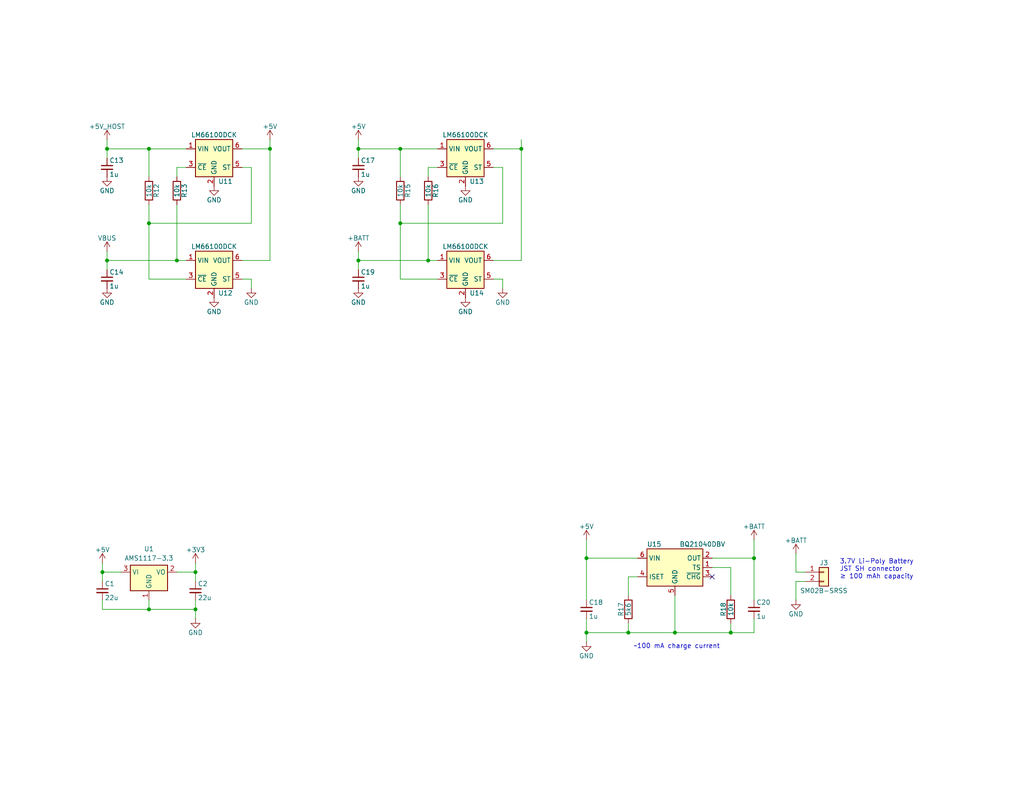
<source format=kicad_sch>
(kicad_sch (version 20231120) (generator "eeschema") (generator_version "8.0")
  (paper "USLetter")
  (title_block (title "CoCo Chameleon Cartridge Emulator") (date "2024-03-02") (rev "v0.2pre") (company "© 2023 Sam Hanes, licensed CERN-OHL-W v2") (comment 1 "https://github.com/elemecca/coco-chameleon"))
  (lib_symbols
    (symbol "0Project:+5V_HOST" (power) (pin_numbers hide) (pin_names (offset 0) hide)
      (property "Value" "+5V_HOST" (at 0 3.556 0))
      (symbol "+5V_HOST_0_1"
        (polyline (pts (xy -0.762 1.27) (xy 0 2.54)))
        (polyline (pts (xy 0 0) (xy 0 2.54)))
        (polyline (pts (xy 0 2.54) (xy 0.762 1.27)))
      )
      (symbol "+5V_HOST_1_1"
        (pin power_in line (at 0 0 90) (length 0) (name "~") (number "1"))
      )
    )
    (symbol "Battery_Management:BQ21040DBV"
      (property "Reference" "U" (at -7.62 6.35 0))
      (property "Value" "BQ21040DBV" (at 1.27 6.35 0))
      (symbol "BQ21040DBV_0_1"
        (rectangle (start -7.62 5.08) (end 7.62 -5.08) (stroke (width 0.254)) (fill (type background)))
      )
      (symbol "BQ21040DBV_1_1"
        (pin input line (at 10.16 0 180) (length 2.54) (name "TS") (number "1"))
        (pin power_out line (at 10.16 2.54 180) (length 2.54) (name "OUT") (number "2"))
        (pin open_collector line (at 10.16 -2.54 180) (length 2.54) (name "~{CHG}") (number "3"))
        (pin input line (at -10.16 -2.54 0) (length 2.54) (name "ISET") (number "4"))
        (pin power_in line (at 0 -7.62 90) (length 2.54) (name "GND") (number "5"))
        (pin power_in line (at -10.16 2.54 0) (length 2.54) (name "VIN") (number "6"))
      )
    )
    (symbol "Connector_Generic:Conn_01x02" (pin_names (offset 1.016) hide)
      (property "Reference" "J" (at 0 2.54 0))
      (property "Value" "Conn_01x02" (at 0 -5.08 0))
      (symbol "Conn_01x02_1_1"
        (rectangle (start -1.27 -2.413) (end 0 -2.667) (stroke (width 0.1524)))
        (rectangle (start -1.27 0.127) (end 0 -0.127) (stroke (width 0.1524)))
        (rectangle (start -1.27 1.27) (end 1.27 -3.81) (stroke (width 0.254)) (fill (type background)))
        (pin passive line (at -5.08 0 0) (length 3.81) (name "Pin_1") (number "1"))
        (pin passive line (at -5.08 -2.54 0) (length 3.81) (name "Pin_2") (number "2"))
      )
    )
    (symbol "Device:C_Small" (pin_numbers hide) (pin_names (offset 0.254) hide)
      (property "Reference" "C" (at 0.254 1.778 0))
      (property "Value" "C_Small" (at 0.254 -2.032 0))
      (symbol "C_Small_0_1"
        (polyline (pts (xy -1.524 -0.508) (xy 1.524 -0.508)) (stroke (width 0.3302)))
        (polyline (pts (xy -1.524 0.508) (xy 1.524 0.508)) (stroke (width 0.3048)))
      )
      (symbol "C_Small_1_1"
        (pin passive line (at 0 2.54 270) (length 2.032) (name "~") (number "1"))
        (pin passive line (at 0 -2.54 90) (length 2.032) (name "~") (number "2"))
      )
    )
    (symbol "Device:R" (pin_numbers hide) (pin_names (offset 0))
      (property "Reference" "R" (at 2.032 0 90))
      (property "Value" "R" (at 0 0 90))
      (symbol "R_0_1"
        (rectangle (start -1.016 -2.54) (end 1.016 2.54) (stroke (width 0.254)))
      )
      (symbol "R_1_1"
        (pin passive line (at 0 3.81 270) (length 1.27) (name "~") (number "1"))
        (pin passive line (at 0 -3.81 90) (length 1.27) (name "~") (number "2"))
      )
    )
    (symbol "Power_Management:LM66100DCK"
      (property "Reference" "U" (at -5.08 6.096 0))
      (property "Value" "LM66100DCK" (at 0.254 -6.35 0))
      (symbol "LM66100DCK_0_1"
        (rectangle (start -5.08 5.08) (end 5.08 -5.08) (stroke (width 0.254)) (fill (type background)))
      )
      (symbol "LM66100DCK_1_1"
        (pin power_in line (at -7.62 2.54 0) (length 2.54) (name "VIN") (number "1"))
        (pin power_in line (at 0 -7.62 90) (length 2.54) (name "GND") (number "2"))
        (pin input line (at -7.62 -2.54 0) (length 2.54) (name "~{CE}") (number "3"))
        (pin no_connect line (at 0 5.08 270) (length 2.54) hide (name "NC") (number "4"))
        (pin open_collector line (at 7.62 -2.54 180) (length 2.54) (name "ST") (number "5"))
        (pin power_out line (at 7.62 2.54 180) (length 2.54) (name "VOUT") (number "6"))
      )
    )
    (symbol "Regulator_Linear:AMS1117-3.3"
      (property "Reference" "U" (at -3.81 3.175 0))
      (property "Value" "AMS1117-3.3" (at 0 3.175 0))
      (symbol "AMS1117-3.3_0_1"
        (rectangle (start -5.08 -5.08) (end 5.08 1.905) (stroke (width 0.254)) (fill (type background)))
      )
      (symbol "AMS1117-3.3_1_1"
        (pin power_in line (at 0 -7.62 90) (length 2.54) (name "GND") (number "1"))
        (pin power_out line (at 7.62 0 180) (length 2.54) (name "VO") (number "2"))
        (pin power_in line (at -7.62 0 0) (length 2.54) (name "VI") (number "3"))
      )
    )
    (symbol "power:+3V3" (power) (pin_numbers hide) (pin_names (offset 0) hide)
      (property "Value" "+3V3" (at 0 3.556 0))
      (symbol "+3V3_0_1"
        (polyline (pts (xy -0.762 1.27) (xy 0 2.54)))
        (polyline (pts (xy 0 0) (xy 0 2.54)))
        (polyline (pts (xy 0 2.54) (xy 0.762 1.27)))
      )
      (symbol "+3V3_1_1"
        (pin power_in line (at 0 0 90) (length 0) (name "~") (number "1"))
      )
    )
    (symbol "power:+5V" (power) (pin_numbers hide) (pin_names (offset 0) hide)
      (property "Value" "+5V" (at 0 3.556 0))
      (symbol "+5V_0_1"
        (polyline (pts (xy -0.762 1.27) (xy 0 2.54)))
        (polyline (pts (xy 0 0) (xy 0 2.54)))
        (polyline (pts (xy 0 2.54) (xy 0.762 1.27)))
      )
      (symbol "+5V_1_1"
        (pin power_in line (at 0 0 90) (length 0) (name "~") (number "1"))
      )
    )
    (symbol "power:+BATT" (power) (pin_numbers hide) (pin_names (offset 0) hide)
      (property "Value" "+BATT" (at 0 3.556 0))
      (symbol "+BATT_0_1"
        (polyline (pts (xy -0.762 1.27) (xy 0 2.54)))
        (polyline (pts (xy 0 0) (xy 0 2.54)))
        (polyline (pts (xy 0 2.54) (xy 0.762 1.27)))
      )
      (symbol "+BATT_1_1"
        (pin power_in line (at 0 0 90) (length 0) (name "~") (number "1"))
      )
    )
    (symbol "power:GND" (power) (pin_numbers hide) (pin_names (offset 0) hide)
      (property "Value" "GND" (at 0 -3.81 0))
      (symbol "GND_0_1"
        (polyline (pts (xy 0 0) (xy 0 -1.27) (xy 1.27 -1.27) (xy 0 -2.54) (xy -1.27 -1.27) (xy 0 -1.27)))
      )
      (symbol "GND_1_1"
        (pin power_in line (at 0 0 270) (length 0) (name "~") (number "1"))
      )
    )
    (symbol "power:VBUS" (power) (pin_numbers hide) (pin_names (offset 0) hide)
      (property "Value" "VBUS" (at 0 3.556 0))
      (symbol "VBUS_0_1"
        (polyline (pts (xy -0.762 1.27) (xy 0 2.54)))
        (polyline (pts (xy 0 0) (xy 0 2.54)))
        (polyline (pts (xy 0 2.54) (xy 0.762 1.27)))
      )
      (symbol "VBUS_1_1"
        (pin power_in line (at 0 0 90) (length 0) (name "~") (number "1"))
      )
    )
  )
  (junction (at 53.34 166.37))
  (junction (at 160.02 152.4))
  (junction (at 27.94 156.21))
  (junction (at 116.84 71.12))
  (junction (at 40.64 60.96))
  (junction (at 40.64 166.37))
  (junction (at 142.24 40.64))
  (junction (at 73.66 40.64))
  (junction (at 171.45 172.72))
  (junction (at 97.79 71.12))
  (junction (at 53.34 156.21))
  (junction (at 160.02 172.72))
  (junction (at 97.79 40.64))
  (junction (at 199.39 172.72))
  (junction (at 48.26 71.12))
  (junction (at 109.22 40.64))
  (junction (at 29.21 71.12))
  (junction (at 184.15 172.72))
  (junction (at 109.22 60.96))
  (junction (at 40.64 40.64))
  (junction (at 29.21 40.64))
  (junction (at 205.74 152.4))
  (no_connect (at 194.31 157.48))
  (wire (pts (xy 48.26 48.26) (xy 48.26 45.72)))
  (wire (pts (xy 116.84 71.12) (xy 119.38 71.12)))
  (wire (pts (xy 29.21 38.1) (xy 29.21 40.64)))
  (wire (pts (xy 66.04 40.64) (xy 73.66 40.64)))
  (wire (pts (xy 73.66 38.1) (xy 73.66 40.64)))
  (wire (pts (xy 217.17 151.13) (xy 217.17 156.21)))
  (wire (pts (xy 68.58 45.72) (xy 66.04 45.72)))
  (wire (pts (xy 53.34 166.37) (xy 53.34 168.91)))
  (wire (pts (xy 73.66 40.64) (xy 73.66 71.12)))
  (wire (pts (xy 160.02 152.4) (xy 160.02 163.83)))
  (wire (pts (xy 53.34 166.37) (xy 53.34 163.83)))
  (wire (pts (xy 219.71 156.21) (xy 217.17 156.21)))
  (wire (pts (xy 199.39 170.18) (xy 199.39 172.72)))
  (wire (pts (xy 160.02 172.72) (xy 160.02 175.26)))
  (wire (pts (xy 217.17 163.83) (xy 217.17 158.75)))
  (wire (pts (xy 27.94 166.37) (xy 40.64 166.37)))
  (wire (pts (xy 53.34 156.21) (xy 53.34 158.75)))
  (wire (pts (xy 97.79 38.1) (xy 97.79 40.64)))
  (wire (pts (xy 137.16 45.72) (xy 134.62 45.72)))
  (wire (pts (xy 205.74 147.32) (xy 205.74 152.4)))
  (wire (pts (xy 48.26 156.21) (xy 53.34 156.21)))
  (wire (pts (xy 217.17 158.75) (xy 219.71 158.75)))
  (wire (pts (xy 66.04 71.12) (xy 73.66 71.12)))
  (wire (pts (xy 171.45 172.72) (xy 184.15 172.72)))
  (wire (pts (xy 205.74 168.91) (xy 205.74 172.72)))
  (wire (pts (xy 29.21 71.12) (xy 29.21 73.66)))
  (wire (pts (xy 40.64 60.96) (xy 40.64 76.2)))
  (wire (pts (xy 160.02 152.4) (xy 173.99 152.4)))
  (wire (pts (xy 199.39 162.56) (xy 199.39 154.94)))
  (wire (pts (xy 160.02 172.72) (xy 171.45 172.72)))
  (wire (pts (xy 171.45 157.48) (xy 173.99 157.48)))
  (wire (pts (xy 142.24 38.1) (xy 142.24 40.64)))
  (wire (pts (xy 40.64 163.83) (xy 40.64 166.37)))
  (wire (pts (xy 40.64 40.64) (xy 40.64 48.26)))
  (wire (pts (xy 137.16 76.2) (xy 134.62 76.2)))
  (wire (pts (xy 171.45 170.18) (xy 171.45 172.72)))
  (wire (pts (xy 109.22 60.96) (xy 137.16 60.96)))
  (wire (pts (xy 109.22 55.88) (xy 109.22 60.96)))
  (wire (pts (xy 48.26 55.88) (xy 48.26 71.12)))
  (wire (pts (xy 109.22 76.2) (xy 119.38 76.2)))
  (wire (pts (xy 109.22 60.96) (xy 109.22 76.2)))
  (wire (pts (xy 109.22 40.64) (xy 109.22 48.26)))
  (wire (pts (xy 142.24 40.64) (xy 142.24 71.12)))
  (wire (pts (xy 116.84 48.26) (xy 116.84 45.72)))
  (wire (pts (xy 29.21 71.12) (xy 48.26 71.12)))
  (wire (pts (xy 199.39 172.72) (xy 205.74 172.72)))
  (wire (pts (xy 40.64 166.37) (xy 53.34 166.37)))
  (wire (pts (xy 29.21 40.64) (xy 29.21 43.18)))
  (wire (pts (xy 160.02 168.91) (xy 160.02 172.72)))
  (wire (pts (xy 40.64 76.2) (xy 50.8 76.2)))
  (wire (pts (xy 27.94 153.67) (xy 27.94 156.21)))
  (wire (pts (xy 137.16 78.74) (xy 137.16 76.2)))
  (wire (pts (xy 29.21 40.64) (xy 40.64 40.64)))
  (wire (pts (xy 48.26 45.72) (xy 50.8 45.72)))
  (wire (pts (xy 27.94 156.21) (xy 33.02 156.21)))
  (wire (pts (xy 40.64 55.88) (xy 40.64 60.96)))
  (wire (pts (xy 27.94 156.21) (xy 27.94 158.75)))
  (wire (pts (xy 171.45 162.56) (xy 171.45 157.48)))
  (wire (pts (xy 184.15 172.72) (xy 199.39 172.72)))
  (wire (pts (xy 97.79 40.64) (xy 97.79 43.18)))
  (wire (pts (xy 109.22 40.64) (xy 119.38 40.64)))
  (wire (pts (xy 68.58 78.74) (xy 68.58 76.2)))
  (wire (pts (xy 97.79 68.58) (xy 97.79 71.12)))
  (wire (pts (xy 68.58 76.2) (xy 66.04 76.2)))
  (wire (pts (xy 97.79 71.12) (xy 97.79 73.66)))
  (wire (pts (xy 40.64 40.64) (xy 50.8 40.64)))
  (wire (pts (xy 68.58 45.72) (xy 68.58 60.96)))
  (wire (pts (xy 137.16 45.72) (xy 137.16 60.96)))
  (wire (pts (xy 97.79 40.64) (xy 109.22 40.64)))
  (wire (pts (xy 199.39 154.94) (xy 194.31 154.94)))
  (wire (pts (xy 53.34 156.21) (xy 53.34 153.67)))
  (wire (pts (xy 40.64 60.96) (xy 68.58 60.96)))
  (wire (pts (xy 160.02 147.32) (xy 160.02 152.4)))
  (wire (pts (xy 134.62 71.12) (xy 142.24 71.12)))
  (wire (pts (xy 97.79 71.12) (xy 116.84 71.12)))
  (wire (pts (xy 184.15 162.56) (xy 184.15 172.72)))
  (wire (pts (xy 116.84 55.88) (xy 116.84 71.12)))
  (wire (pts (xy 134.62 40.64) (xy 142.24 40.64)))
  (wire (pts (xy 27.94 163.83) (xy 27.94 166.37)))
  (wire (pts (xy 194.31 152.4) (xy 205.74 152.4)))
  (wire (pts (xy 48.26 71.12) (xy 50.8 71.12)))
  (wire (pts (xy 29.21 68.58) (xy 29.21 71.12)))
  (wire (pts (xy 205.74 163.83) (xy 205.74 152.4)))
  (wire (pts (xy 116.84 45.72) (xy 119.38 45.72)))
  (text "3.7V Li-Poly Battery\nJST SH connector\n≥ 100 mAh capacity" (at 229.108 155.448 0) (effects (font (size 1.27 1.27)) (justify left)))
  (text "~100 mA charge current" (at 184.658 176.53 0) (effects (font (size 1.27 1.27))))
  (symbol (lib_id "power:GND") (at 53.34 168.91 0) (unit 1)
    (property "Reference" "#PWR070" (effects (hide yes)))
    (property "Value" "GND" (at 53.34 172.72 0))
    (property "Description" "Power symbol creates a global label with name \"GND\" , ground" (effects (hide yes)))
  )
  (symbol (lib_id "Device:C_Small") (at 29.21 45.72 0) (unit 1)
    (property "Reference" "C13" (at 29.845 43.815 0) (effects (justify left)))
    (property "Value" "1u" (at 29.845 47.625 0) (effects (justify left)))
    (property "Footprint" "Capacitor_SMD:C_0603_1608Metric" (effects (hide yes)))
  )
  (symbol (lib_id "power:GND") (at 127 50.8 0) (unit 1)
    (property "Reference" "#PWR061" (effects (hide yes)))
    (property "Value" "GND" (at 127 54.61 0))
    (property "Description" "Power symbol creates a global label with name \"GND\" , ground" (effects (hide yes)))
  )
  (symbol (lib_id "power:GND") (at 68.58 78.74 0) (unit 1)
    (property "Reference" "#PWR062" (effects (hide yes)))
    (property "Value" "GND" (at 68.58 82.55 0))
    (property "Description" "Power symbol creates a global label with name \"GND\" , ground" (effects (hide yes)))
  )
  (symbol (lib_id "power:GND") (at 97.79 48.26 0) (unit 1)
    (property "Reference" "#PWR053" (effects (hide yes)))
    (property "Value" "GND" (at 97.79 52.07 0))
    (property "Description" "Power symbol creates a global label with name \"GND\" , ground" (effects (hide yes)))
  )
  (symbol (lib_id "power:+5V") (at 97.79 38.1 0) (unit 1)
    (property "Reference" "#PWR073" (effects (hide yes)))
    (property "Value" "+5V" (at 97.79 34.544 0))
    (property "Description" "Power symbol creates a global label with name \"+5V\"" (effects (hide yes)))
  )
  (symbol (lib_id "power:GND") (at 127 81.28 0) (unit 1)
    (property "Reference" "#PWR063" (effects (hide yes)))
    (property "Value" "GND" (at 127 85.09 0))
    (property "Description" "Power symbol creates a global label with name \"GND\" , ground" (effects (hide yes)))
  )
  (symbol (lib_id "power:+5V") (at 160.02 147.32 0) (unit 1)
    (property "Reference" "#PWR067" (effects (hide yes)))
    (property "Value" "+5V" (at 160.02 143.764 0))
    (property "Description" "Power symbol creates a global label with name \"+5V\"" (effects (hide yes)))
  )
  (symbol (lib_id "power:GND") (at 137.16 78.74 0) (unit 1)
    (property "Reference" "#PWR065" (effects (hide yes)))
    (property "Value" "GND" (at 137.16 82.55 0))
    (property "Description" "Power symbol creates a global label with name \"GND\" , ground" (effects (hide yes)))
  )
  (symbol (lib_id "Battery_Management:BQ21040DBV") (at 184.15 154.94 0) (unit 1)
    (property "Reference" "U15" (at 176.53 148.59 0) (effects (justify left)))
    (property "Value" "BQ21040DBV" (at 185.42 148.59 0) (effects (justify left)))
    (property "Footprint" "Package_TO_SOT_SMD:SOT-23-6" (effects (hide yes)))
    (property "Datasheet" "https://www.ti.com/lit/ds/symlink/bq21040.pdf" (effects (hide yes)))
    (property "Description" "Single cell, 0.8A Li-Ion/Li-Po linear charge management controller, up to 30V input, 4.2V charge voltage, Open-Drain Status Output, Temperature sense input, SOT-23-6" (effects (hide yes)))
  )
  (symbol (lib_id "power:+BATT") (at 217.17 151.13 0) (unit 1)
    (property "Reference" "#PWR071" (effects (hide yes)))
    (property "Value" "+BATT" (at 217.17 147.574 0))
    (property "Description" "Power symbol creates a global label with name \"+BATT\"" (effects (hide yes)))
  )
  (symbol (lib_id "0Project:+5V_HOST") (at 29.21 38.1 0) (unit 1)
    (property "Reference" "#PWR01" (effects (hide yes)))
    (property "Value" "+5V_HOST" (at 29.21 34.544 0))
    (property "Description" "Power symbol creates a global label with name \"+5V\"" (effects (hide yes)))
  )
  (symbol (lib_id "power:GND") (at 29.21 78.74 0) (unit 1)
    (property "Reference" "#PWR04" (effects (hide yes)))
    (property "Value" "GND" (at 29.21 82.55 0))
    (property "Description" "Power symbol creates a global label with name \"GND\" , ground" (effects (hide yes)))
  )
  (symbol (lib_id "power:+5V") (at 73.66 38.1 0) (unit 1)
    (property "Reference" "#PWR064" (effects (hide yes)))
    (property "Value" "+5V" (at 73.66 34.544 0))
    (property "Description" "Power symbol creates a global label with name \"+5V\"" (effects (hide yes)))
  )
  (symbol (lib_id "power:+BATT") (at 97.79 68.58 0) (unit 1)
    (property "Reference" "#PWR052" (effects (hide yes)))
    (property "Value" "+BATT" (at 97.79 65.024 0))
    (property "Description" "Power symbol creates a global label with name \"+BATT\"" (effects (hide yes)))
  )
  (symbol (lib_id "Power_Management:LM66100DCK") (at 127 43.18 0) (unit 1)
    (property "Reference" "U13" (at 132.08 49.53 0) (effects (justify right)))
    (property "Value" "LM66100DCK" (at 127 36.83 0))
    (property "Footprint" "Package_TO_SOT_SMD:SOT-363_SC-70-6" (effects (hide yes)))
    (property "Datasheet" "https://www.ti.com/lit/ds/symlink/lm66100.pdf" (effects (hide yes)))
    (property "Description" "Ideal Diode With Input Polarity Protection 1.5 - 5.5V  Input Voltage, 1.5A Output Current, Ron 141 mOhm, SC-70-6" (effects (hide yes)))
  )
  (symbol (lib_id "power:+5V") (at 27.94 153.67 0) (unit 1)
    (property "Reference" "#PWR066" (effects (hide yes)))
    (property "Value" "+5V" (at 27.94 150.114 0))
    (property "Description" "Power symbol creates a global label with name \"+5V\"" (effects (hide yes)))
  )
  (symbol (lib_id "Device:R") (at 116.84 52.07 0) (unit 1)
    (property "Reference" "R16" (at 118.872 52.07 90))
    (property "Value" "10k" (at 116.84 52.07 90))
    (property "Footprint" "Resistor_SMD:R_0603_1608Metric" (effects (hide yes)))
    (property "Description" "Resistor" (effects (hide yes)))
  )
  (symbol (lib_id "Device:C_Small") (at 27.94 161.29 0) (unit 1)
    (property "Reference" "C1" (at 28.575 159.385 0) (effects (justify left)))
    (property "Value" "22u" (at 28.575 163.195 0) (effects (justify left)))
    (property "Footprint" "Capacitor_SMD:C_1206_3216Metric" (effects (hide yes)))
  )
  (symbol (lib_id "Device:R") (at 40.64 52.07 0) (unit 1)
    (property "Reference" "R12" (at 42.672 52.07 90))
    (property "Value" "10k" (at 40.64 52.07 90))
    (property "Footprint" "Resistor_SMD:R_0603_1608Metric" (effects (hide yes)))
    (property "Description" "Resistor" (effects (hide yes)))
  )
  (symbol (lib_id "Regulator_Linear:AMS1117-3.3") (at 40.64 156.21 0) (unit 1)
    (property "Reference" "U1" (at 40.64 149.86 0))
    (property "Value" "AMS1117-3.3" (at 40.64 152.4 0))
    (property "Footprint" "Package_TO_SOT_SMD:SOT-223-3_TabPin2" (effects (hide yes)))
    (property "Datasheet" "http://www.advanced-monolithic.com/pdf/ds1117.pdf" (effects (hide yes)))
    (property "LCSC" "C6186" (effects (hide yes)))
  )
  (symbol (lib_id "Power_Management:LM66100DCK") (at 58.42 43.18 0) (unit 1)
    (property "Reference" "U11" (at 63.5 49.53 0) (effects (justify right)))
    (property "Value" "LM66100DCK" (at 58.42 36.83 0))
    (property "Footprint" "Package_TO_SOT_SMD:SOT-363_SC-70-6" (effects (hide yes)))
    (property "Datasheet" "https://www.ti.com/lit/ds/symlink/lm66100.pdf" (effects (hide yes)))
    (property "Description" "Ideal Diode With Input Polarity Protection 1.5 - 5.5V  Input Voltage, 1.5A Output Current, Ron 141 mOhm, SC-70-6" (effects (hide yes)))
  )
  (symbol (lib_id "Device:C_Small") (at 160.02 166.37 0) (unit 1)
    (property "Reference" "C18" (at 160.655 164.465 0) (effects (justify left)))
    (property "Value" "1u" (at 160.655 168.275 0) (effects (justify left)))
    (property "Footprint" "Capacitor_SMD:C_0603_1608Metric" (effects (hide yes)))
  )
  (symbol (lib_id "power:GND") (at 217.17 163.83 0) (unit 1)
    (property "Reference" "#PWR072" (effects (hide yes)))
    (property "Value" "GND" (at 217.17 167.64 0))
    (property "Description" "Power symbol creates a global label with name \"GND\" , ground" (effects (hide yes)))
  )
  (symbol (lib_id "Connector_Generic:Conn_01x02") (at 224.79 156.21 0) (unit 1)
    (property "Reference" "J3" (at 224.79 153.67 0))
    (property "Value" "SM02B-SRSS" (at 224.79 161.29 0))
    (property "Footprint" "Connector_JST:JST_SH_SM02B-SRSS-TB_1x02-1MP_P1.00mm_Horizontal" (effects (hide yes)))
    (property "Datasheet" "https://www.jst-mfg.com/product/pdf/eng/eSH.pdf" (effects (hide yes)))
    (property "Description" "Generic connector, single row, 01x02, script generated (kicad-library-utils/schlib/autogen/connector/)" (effects (hide yes)))
  )
  (symbol (lib_id "power:GND") (at 58.42 81.28 0) (unit 1)
    (property "Reference" "#PWR057" (effects (hide yes)))
    (property "Value" "GND" (at 58.42 85.09 0))
    (property "Description" "Power symbol creates a global label with name \"GND\" , ground" (effects (hide yes)))
  )
  (symbol (lib_id "Device:R") (at 199.39 166.37 180) (unit 1)
    (property "Reference" "R18" (at 197.358 166.37 90))
    (property "Value" "10k" (at 199.39 166.37 90))
    (property "Footprint" "Resistor_SMD:R_0603_1608Metric" (effects (hide yes)))
    (property "Description" "Resistor" (effects (hide yes)))
  )
  (symbol (lib_id "power:GND") (at 58.42 50.8 0) (unit 1)
    (property "Reference" "#PWR055" (effects (hide yes)))
    (property "Value" "GND" (at 58.42 54.61 0))
    (property "Description" "Power symbol creates a global label with name \"GND\" , ground" (effects (hide yes)))
  )
  (symbol (lib_id "Device:C_Small") (at 205.74 166.37 0) (unit 1)
    (property "Reference" "C20" (at 206.375 164.465 0) (effects (justify left)))
    (property "Value" "1u" (at 206.375 168.275 0) (effects (justify left)))
    (property "Footprint" "Capacitor_SMD:C_0603_1608Metric" (effects (hide yes)))
  )
  (symbol (lib_id "Device:R") (at 171.45 166.37 180) (unit 1)
    (property "Reference" "R17" (at 169.418 166.37 90))
    (property "Value" "5k6" (at 171.45 166.37 90))
    (property "Footprint" "Resistor_SMD:R_0603_1608Metric" (effects (hide yes)))
    (property "Description" "Resistor" (effects (hide yes)))
  )
  (symbol (lib_id "power:GND") (at 97.79 78.74 0) (unit 1)
    (property "Reference" "#PWR060" (effects (hide yes)))
    (property "Value" "GND" (at 97.79 82.55 0))
    (property "Description" "Power symbol creates a global label with name \"GND\" , ground" (effects (hide yes)))
  )
  (symbol (lib_id "power:VBUS") (at 29.21 68.58 0) (unit 1)
    (property "Reference" "#PWR03" (effects (hide yes)))
    (property "Value" "VBUS" (at 29.21 65.024 0))
    (property "Description" "Power symbol creates a global label with name \"VBUS\"" (effects (hide yes)))
  )
  (symbol (lib_id "power:+BATT") (at 205.74 147.32 0) (unit 1)
    (property "Reference" "#PWR051" (effects (hide yes)))
    (property "Value" "+BATT" (at 205.74 143.764 0))
    (property "Description" "Power symbol creates a global label with name \"+BATT\"" (effects (hide yes)))
  )
  (symbol (lib_id "Device:C_Small") (at 53.34 161.29 0) (unit 1)
    (property "Reference" "C2" (at 53.975 159.385 0) (effects (justify left)))
    (property "Value" "22u" (at 53.975 163.195 0) (effects (justify left)))
    (property "Footprint" "Capacitor_SMD:C_1206_3216Metric" (effects (hide yes)))
  )
  (symbol (lib_id "power:+3V3") (at 53.34 153.67 0) (unit 1)
    (property "Reference" "#PWR069" (effects (hide yes)))
    (property "Value" "+3V3" (at 53.34 150.114 0))
    (property "Description" "Power symbol creates a global label with name \"+3V3\"" (effects (hide yes)))
  )
  (symbol (lib_id "Device:C_Small") (at 97.79 76.2 0) (unit 1)
    (property "Reference" "C19" (at 98.425 74.295 0) (effects (justify left)))
    (property "Value" "1u" (at 98.425 78.105 0) (effects (justify left)))
    (property "Footprint" "Capacitor_SMD:C_0603_1608Metric" (effects (hide yes)))
  )
  (symbol (lib_id "Device:C_Small") (at 97.79 45.72 0) (unit 1)
    (property "Reference" "C17" (at 98.425 43.815 0) (effects (justify left)))
    (property "Value" "1u" (at 98.425 47.625 0) (effects (justify left)))
    (property "Footprint" "Capacitor_SMD:C_0603_1608Metric" (effects (hide yes)))
  )
  (symbol (lib_id "power:GND") (at 160.02 175.26 0) (unit 1)
    (property "Reference" "#PWR068" (effects (hide yes)))
    (property "Value" "GND" (at 160.02 179.07 0))
    (property "Description" "Power symbol creates a global label with name \"GND\" , ground" (effects (hide yes)))
  )
  (symbol (lib_id "Device:R") (at 48.26 52.07 0) (unit 1)
    (property "Reference" "R13" (at 50.292 52.07 90))
    (property "Value" "10k" (at 48.26 52.07 90))
    (property "Footprint" "Resistor_SMD:R_0603_1608Metric" (effects (hide yes)))
    (property "Description" "Resistor" (effects (hide yes)))
  )
  (symbol (lib_id "Device:R") (at 109.22 52.07 0) (unit 1)
    (property "Reference" "R15" (at 111.252 52.07 90))
    (property "Value" "10k" (at 109.22 52.07 90))
    (property "Footprint" "Resistor_SMD:R_0603_1608Metric" (effects (hide yes)))
    (property "Description" "Resistor" (effects (hide yes)))
  )
  (symbol (lib_id "Power_Management:LM66100DCK") (at 127 73.66 0) (unit 1)
    (property "Reference" "U14" (at 132.08 80.01 0) (effects (justify right)))
    (property "Value" "LM66100DCK" (at 127 67.31 0))
    (property "Footprint" "Package_TO_SOT_SMD:SOT-363_SC-70-6" (effects (hide yes)))
    (property "Datasheet" "https://www.ti.com/lit/ds/symlink/lm66100.pdf" (effects (hide yes)))
    (property "Description" "Ideal Diode With Input Polarity Protection 1.5 - 5.5V  Input Voltage, 1.5A Output Current, Ron 141 mOhm, SC-70-6" (effects (hide yes)))
  )
  (symbol (lib_id "power:GND") (at 29.21 48.26 0) (unit 1)
    (property "Reference" "#PWR02" (effects (hide yes)))
    (property "Value" "GND" (at 29.21 52.07 0))
    (property "Description" "Power symbol creates a global label with name \"GND\" , ground" (effects (hide yes)))
  )
  (symbol (lib_id "Device:C_Small") (at 29.21 76.2 0) (unit 1)
    (property "Reference" "C14" (at 29.845 74.295 0) (effects (justify left)))
    (property "Value" "1u" (at 29.845 78.105 0) (effects (justify left)))
    (property "Footprint" "Capacitor_SMD:C_0603_1608Metric" (effects (hide yes)))
  )
  (symbol (lib_id "Power_Management:LM66100DCK") (at 58.42 73.66 0) (unit 1)
    (property "Reference" "U12" (at 63.5 80.01 0) (effects (justify right)))
    (property "Value" "LM66100DCK" (at 58.42 67.31 0))
    (property "Footprint" "Package_TO_SOT_SMD:SOT-363_SC-70-6" (effects (hide yes)))
    (property "Datasheet" "https://www.ti.com/lit/ds/symlink/lm66100.pdf" (effects (hide yes)))
    (property "Description" "Ideal Diode With Input Polarity Protection 1.5 - 5.5V  Input Voltage, 1.5A Output Current, Ron 141 mOhm, SC-70-6" (effects (hide yes)))
  )
)
</source>
